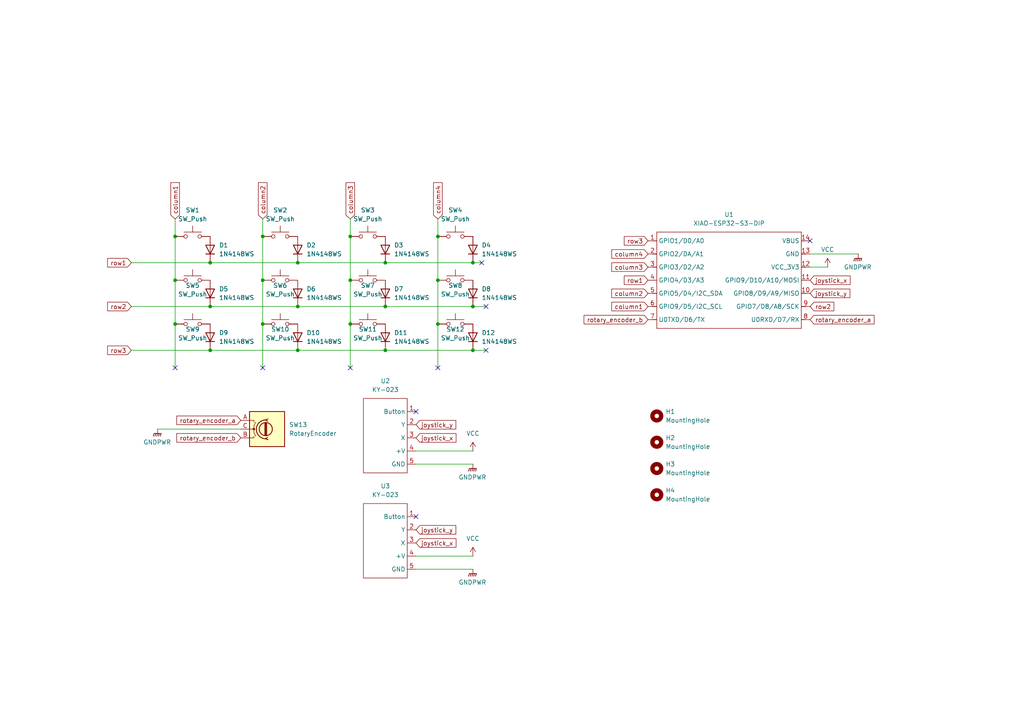
<source format=kicad_sch>
(kicad_sch (version 20250114) (generator "eeschema") (generator_version "9.0")
  (paper "A4")
  (lib_symbols
    (symbol "Device:RotaryEncoder" (pin_names (offset 0.254) (hide yes))
      (property "Reference" "SW" (at 0 6.604 0))
      (property "Value" "RotaryEncoder" (at 0 -6.604 0))
      (symbol "RotaryEncoder_0_1"
        (rectangle (start -5.08 5.08) (end 5.08 -5.08) (stroke (width 0.254)) (fill (type background)))
        (polyline (pts (xy -5.08 2.54) (xy -3.81 2.54) (xy -3.81 2.032)))
        (polyline (pts (xy -5.08 0) (xy -3.81 0) (xy -3.81 -1.016) (xy -3.302 -2.032)))
        (polyline (pts (xy -5.08 -2.54) (xy -3.81 -2.54) (xy -3.81 -2.032)))
        (polyline (pts (xy -4.318 0) (xy -3.81 0) (xy -3.81 1.016) (xy -3.302 2.032)))
        (circle (center -3.81 0) (radius 0.254) (fill (type outline)))
        (polyline (pts (xy -0.635 -1.778) (xy -0.635 1.778)) (stroke (width 0.254)))
        (circle (center -0.381 0) (radius 1.905) (stroke (width 0.254)))
        (polyline (pts (xy -0.381 -1.778) (xy -0.381 1.778)) (stroke (width 0.254)))
        (arc (start -0.381 -2.794) (mid -3.0988 -0.0635) (end -0.381 2.667) (stroke (width 0.254)))
        (polyline (pts (xy -0.127 1.778) (xy -0.127 -1.778)) (stroke (width 0.254)))
        (polyline (pts (xy 0.254 2.921) (xy -0.508 2.667) (xy 0.127 2.286)) (stroke (width 0.254)))
        (polyline (pts (xy 0.254 -3.048) (xy -0.508 -2.794) (xy 0.127 -2.413)) (stroke (width 0.254)))
      )
      (symbol "RotaryEncoder_1_1"
        (pin passive line (at -7.62 2.54 0) (length 2.54) (name "A") (number "A"))
        (pin passive line (at -7.62 0 0) (length 2.54) (name "C") (number "C"))
        (pin passive line (at -7.62 -2.54 0) (length 2.54) (name "B") (number "B"))
      )
    )
    (symbol "Diode:1N4148WS" (pin_numbers (hide yes)) (pin_names (hide yes))
      (property "Reference" "D" (at 0 2.54 0))
      (property "Value" "1N4148WS" (at 0 -2.54 0))
      (symbol "1N4148WS_0_1"
        (polyline (pts (xy -1.27 1.27) (xy -1.27 -1.27)) (stroke (width 0.254)))
        (polyline (pts (xy 1.27 1.27) (xy 1.27 -1.27) (xy -1.27 0) (xy 1.27 1.27)) (stroke (width 0.254)))
        (polyline (pts (xy 1.27 0) (xy -1.27 0)))
      )
      (symbol "1N4148WS_1_1"
        (pin passive line (at -3.81 0 0) (length 2.54) (name "K") (number "1"))
        (pin passive line (at 3.81 0 180) (length 2.54) (name "A") (number "2"))
      )
    )
    (symbol "KY-023_1"
      (property "Reference" "U2" (at 6.35 8.89 0))
      (property "Value" "KY-023" (at 6.35 6.35 0))
      (symbol "KY-023_1_0_1"
        (rectangle (start 0 3.81) (end 12.7 -17.78))
      )
      (symbol "KY-023_1_1_1"
        (pin output line (at 15.24 0 180) (length 2.54) (name "Button") (number "1"))
        (pin output line (at 15.24 -3.81 180) (length 2.54) (name "Y") (number "2"))
        (pin output line (at 15.24 -7.62 180) (length 2.54) (name "X") (number "3"))
        (pin input line (at 15.24 -11.43 180) (length 2.54) (name "+V") (number "4"))
        (pin input line (at 15.24 -15.24 180) (length 2.54) (name "GND") (number "5"))
      )
    )
    (symbol "Keyboard:KY-023"
      (property "Reference" "U" (at 6.35 6.604 0))
      (property "Value" "KY-023" (at 6.604 4.826 0))
      (symbol "KY-023_0_1"
        (rectangle (start 0 3.81) (end 12.7 -17.78))
      )
      (symbol "KY-023_1_1"
        (pin output line (at 15.24 0 180) (length 2.54) (name "Button") (number "1"))
        (pin output line (at 15.24 -3.81 180) (length 2.54) (name "Y") (number "2"))
        (pin output line (at 15.24 -7.62 180) (length 2.54) (name "X") (number "3"))
        (pin input line (at 15.24 -11.43 180) (length 2.54) (name "+V") (number "4"))
        (pin input line (at 15.24 -15.24 180) (length 2.54) (name "GND") (number "5"))
      )
    )
    (symbol "Mechanical:MountingHole" (pin_names (offset 1.016)) (in_bom no)
      (property "Reference" "H" (at 0 5.08 0))
      (property "Value" "MountingHole" (at 0 3.175 0))
      (symbol "MountingHole_0_1"
        (circle (center 0 0) (radius 1.27) (stroke (width 1.27)))
      )
    )
    (symbol "Seeed_Studio_XIAO_Series:XIAO-ESP32-S3-DIP"
      (property "Reference" "U" (at 1.27 0.508 0))
      (property "Value" "XIAO-ESP32-S3-DIP" (at 9.652 -1.778 0))
      (symbol "XIAO-ESP32-S3-DIP_1_0"
        (polyline (pts (xy 0 -2.54) (xy 41.91 -2.54)) (stroke (width 0.1524)))
        (polyline (pts (xy 0 -5.08) (xy -1.27 -5.08)) (stroke (width 0.1524)))
        (polyline (pts (xy 0 -5.08) (xy 0 -2.54)) (stroke (width 0.1524)))
        (polyline (pts (xy 0 -8.89) (xy -1.27 -8.89)) (stroke (width 0.1524)))
        (polyline (pts (xy 0 -8.89) (xy 0 -5.08)) (stroke (width 0.1524)))
        (polyline (pts (xy 0 -12.7) (xy -1.27 -12.7)) (stroke (width 0.1524)))
        (polyline (pts (xy 0 -12.7) (xy 0 -8.89)) (stroke (width 0.1524)))
        (polyline (pts (xy 0 -16.51) (xy -1.27 -16.51)) (stroke (width 0.1524)))
        (polyline (pts (xy 0 -16.51) (xy 0 -12.7)) (stroke (width 0.1524)))
        (polyline (pts (xy 0 -20.32) (xy -1.27 -20.32)) (stroke (width 0.1524)))
        (polyline (pts (xy 0 -24.13) (xy -1.27 -24.13)) (stroke (width 0.1524)))
        (polyline (pts (xy 0 -27.94) (xy -1.27 -27.94)) (stroke (width 0.1524)))
        (polyline (pts (xy 0 -30.48) (xy 0 -16.51)) (stroke (width 0.1524)))
        (polyline (pts (xy 41.91 -2.54) (xy 41.91 -5.08)) (stroke (width 0.1524)))
        (polyline (pts (xy 41.91 -5.08) (xy 41.91 -8.89)) (stroke (width 0.1524)))
        (polyline (pts (xy 41.91 -8.89) (xy 41.91 -12.7)) (stroke (width 0.1524)))
        (polyline (pts (xy 41.91 -12.7) (xy 41.91 -30.48)) (stroke (width 0.1524)))
        (polyline (pts (xy 41.91 -30.48) (xy 0 -30.48)) (stroke (width 0.1524)))
        (polyline (pts (xy 43.18 -5.08) (xy 41.91 -5.08)) (stroke (width 0.1524)))
        (polyline (pts (xy 43.18 -8.89) (xy 41.91 -8.89)) (stroke (width 0.1524)))
        (polyline (pts (xy 43.18 -12.7) (xy 41.91 -12.7)) (stroke (width 0.1524)))
        (polyline (pts (xy 43.18 -16.51) (xy 41.91 -16.51)) (stroke (width 0.1524)))
        (polyline (pts (xy 43.18 -20.32) (xy 41.91 -20.32)) (stroke (width 0.1524)))
        (polyline (pts (xy 43.18 -24.13) (xy 41.91 -24.13)) (stroke (width 0.1524)))
        (polyline (pts (xy 43.18 -27.94) (xy 41.91 -27.94)) (stroke (width 0.1524)))
        (pin passive line (at -2.54 -5.08 0) (length 2.54) (name "GPIO1/D0/A0") (number "1"))
        (pin passive line (at -2.54 -8.89 0) (length 2.54) (name "GPIO2/DA/A1") (number "2"))
        (pin passive line (at -2.54 -12.7 0) (length 2.54) (name "GPIO3/D2/A2") (number "3"))
        (pin passive line (at -2.54 -16.51 0) (length 2.54) (name "GPIO4/D3/A3") (number "4"))
        (pin passive line (at -2.54 -20.32 0) (length 2.54) (name "GPIO5/D4/I2C_SDA") (number "5"))
        (pin passive line (at -2.54 -24.13 0) (length 2.54) (name "GPIO9/D5/I2C_SCL") (number "6"))
        (pin passive line (at -2.54 -27.94 0) (length 2.54) (name "U0TXD/D6/TX") (number "7"))
        (pin passive line (at 44.45 -5.08 180) (length 2.54) (name "VBUS") (number "14"))
        (pin passive line (at 44.45 -8.89 180) (length 2.54) (name "GND") (number "13"))
        (pin passive line (at 44.45 -12.7 180) (length 2.54) (name "VCC_3V3") (number "12"))
        (pin passive line (at 44.45 -16.51 180) (length 2.54) (name "GPIO9/D10/A10/MOSI") (number "11"))
        (pin passive line (at 44.45 -20.32 180) (length 2.54) (name "GPIO8/D9/A9/MISO") (number "10"))
        (pin passive line (at 44.45 -24.13 180) (length 2.54) (name "GPIO7/D8/A8/SCK") (number "9"))
        (pin passive line (at 44.45 -27.94 180) (length 2.54) (name "U0RXD/D7/RX") (number "8"))
      )
    )
    (symbol "Switch:SW_Push" (pin_numbers (hide yes)) (pin_names (offset 1.016) (hide yes))
      (property "Reference" "SW" (at 1.27 2.54 0))
      (property "Value" "SW_Push" (at 0 -1.524 0))
      (symbol "SW_Push_0_1"
        (circle (center -2.032 0) (radius 0.508))
        (polyline (pts (xy 0 1.27) (xy 0 3.048)))
        (circle (center 2.032 0) (radius 0.508))
        (polyline (pts (xy 2.54 1.27) (xy -2.54 1.27)))
        (pin passive line (at -5.08 0 0) (length 2.54) (name "1") (number "1"))
        (pin passive line (at 5.08 0 180) (length 2.54) (name "2") (number "2"))
      )
    )
    (symbol "power:GNDPWR" (power) (pin_numbers (hide yes)) (pin_names (offset 0) (hide yes))
      (property "Value" "GNDPWR" (at 0 -3.302 0))
      (symbol "GNDPWR_0_1"
        (polyline (pts (xy -1.016 -1.27) (xy -1.27 -2.032) (xy -1.27 -2.032)) (stroke (width 0.2032)))
        (polyline (pts (xy -0.508 -1.27) (xy -0.762 -2.032) (xy -0.762 -2.032)) (stroke (width 0.2032)))
        (polyline (pts (xy 0 -1.27) (xy 0 0)))
        (polyline (pts (xy 0 -1.27) (xy -0.254 -2.032) (xy -0.254 -2.032)) (stroke (width 0.2032)))
        (polyline (pts (xy 0.508 -1.27) (xy 0.254 -2.032) (xy 0.254 -2.032)) (stroke (width 0.2032)))
        (polyline (pts (xy 1.016 -1.27) (xy -1.016 -1.27) (xy -1.016 -1.27)) (stroke (width 0.2032)))
        (polyline (pts (xy 1.016 -1.27) (xy 0.762 -2.032) (xy 0.762 -2.032) (xy 0.762 -2.032)) (stroke (width 0.2032)))
      )
      (symbol "GNDPWR_1_1"
        (pin power_in line (at 0 0 270) (length 0) (name "~") (number "1"))
      )
    )
    (symbol "power:VCC" (power) (pin_numbers (hide yes)) (pin_names (offset 0) (hide yes))
      (property "Value" "VCC" (at 0 3.556 0))
      (symbol "VCC_0_1"
        (polyline (pts (xy -0.762 1.27) (xy 0 2.54)))
        (polyline (pts (xy 0 2.54) (xy 0.762 1.27)))
        (polyline (pts (xy 0 0) (xy 0 2.54)))
      )
      (symbol "VCC_1_1"
        (pin power_in line (at 0 0 90) (length 0) (name "~") (number "1"))
      )
    )
  )
  (junction (at 137.16 101.6))
  (junction (at 137.16 88.9))
  (junction (at 111.76 88.9))
  (junction (at 50.8 93.98))
  (junction (at 101.6 68.58))
  (junction (at 86.36 76.2))
  (junction (at 101.6 93.98))
  (junction (at 111.76 76.2))
  (junction (at 86.36 101.6))
  (junction (at 60.96 101.6))
  (junction (at 127 93.98))
  (junction (at 76.2 68.58))
  (junction (at 127 68.58))
  (junction (at 127 81.28))
  (junction (at 76.2 93.98))
  (junction (at 60.96 76.2))
  (junction (at 111.76 101.6))
  (junction (at 50.8 68.58))
  (junction (at 86.36 88.9))
  (junction (at 137.16 76.2))
  (junction (at 101.6 81.28))
  (junction (at 50.8 81.28))
  (junction (at 76.2 81.28))
  (junction (at 60.96 88.9))
  (no_connect (at 234.95 69.85))
  (no_connect (at 50.8 106.68))
  (no_connect (at 139.7 76.2))
  (no_connect (at 76.2 106.68))
  (no_connect (at 140.97 101.6))
  (no_connect (at 127 106.68))
  (no_connect (at 120.65 119.38))
  (no_connect (at 101.6 106.68))
  (no_connect (at 120.65 149.86))
  (no_connect (at 140.97 88.9))
  (wire (pts (xy 137.16 88.9) (xy 140.97 88.9)))
  (wire (pts (xy 127 81.28) (xy 127 93.98)))
  (wire (pts (xy 120.65 130.81) (xy 137.16 130.81)))
  (wire (pts (xy 137.16 101.6) (xy 140.97 101.6)))
  (wire (pts (xy 86.36 101.6) (xy 111.76 101.6)))
  (wire (pts (xy 101.6 93.98) (xy 101.6 106.68)))
  (wire (pts (xy 127 63.5) (xy 127 68.58)))
  (wire (pts (xy 101.6 81.28) (xy 101.6 93.98)))
  (wire (pts (xy 76.2 81.28) (xy 76.2 93.98)))
  (wire (pts (xy 86.36 88.9) (xy 111.76 88.9)))
  (wire (pts (xy 38.1 76.2) (xy 60.96 76.2)))
  (wire (pts (xy 137.16 76.2) (xy 139.7 76.2)))
  (wire (pts (xy 60.96 88.9) (xy 86.36 88.9)))
  (wire (pts (xy 50.8 93.98) (xy 50.8 106.68)))
  (wire (pts (xy 111.76 88.9) (xy 137.16 88.9)))
  (wire (pts (xy 60.96 76.2) (xy 86.36 76.2)))
  (wire (pts (xy 86.36 76.2) (xy 111.76 76.2)))
  (wire (pts (xy 101.6 68.58) (xy 101.6 81.28)))
  (wire (pts (xy 101.6 63.5) (xy 101.6 68.58)))
  (wire (pts (xy 76.2 93.98) (xy 76.2 106.68)))
  (wire (pts (xy 111.76 101.6) (xy 137.16 101.6)))
  (wire (pts (xy 234.95 77.47) (xy 240.03 77.47)))
  (wire (pts (xy 234.95 73.66) (xy 248.92 73.66)))
  (wire (pts (xy 50.8 81.28) (xy 50.8 93.98)))
  (wire (pts (xy 50.8 68.58) (xy 50.8 81.28)))
  (wire (pts (xy 60.96 101.6) (xy 86.36 101.6)))
  (wire (pts (xy 38.1 101.6) (xy 60.96 101.6)))
  (wire (pts (xy 120.65 134.62) (xy 137.16 134.62)))
  (wire (pts (xy 45.72 124.46) (xy 69.85 124.46)))
  (wire (pts (xy 111.76 76.2) (xy 137.16 76.2)))
  (wire (pts (xy 127 68.58) (xy 127 81.28)))
  (wire (pts (xy 127 93.98) (xy 127 106.68)))
  (wire (pts (xy 76.2 63.5) (xy 76.2 68.58)))
  (wire (pts (xy 120.65 165.1) (xy 137.16 165.1)))
  (wire (pts (xy 50.8 63.5) (xy 50.8 68.58)))
  (wire (pts (xy 76.2 68.58) (xy 76.2 81.28)))
  (wire (pts (xy 120.65 161.29) (xy 137.16 161.29)))
  (wire (pts (xy 38.1 88.9) (xy 60.96 88.9)))
  (global_label "row1" (shape input) (at 38.1 76.2 180) (property "Intersheetrefs" "${INTERSHEET_REFS}" (effects (hide yes))))
  (global_label "column3" (shape input) (at 187.96 77.47 180) (property "Intersheetrefs" "${INTERSHEET_REFS}" (effects (hide yes))))
  (global_label "row3" (shape input) (at 187.96 69.85 180) (property "Intersheetrefs" "${INTERSHEET_REFS}" (effects (hide yes))))
  (global_label "row3" (shape input) (at 38.1 101.6 180) (property "Intersheetrefs" "${INTERSHEET_REFS}" (effects (hide yes))))
  (global_label "column4" (shape input) (at 127 63.5 90) (property "Intersheetrefs" "${INTERSHEET_REFS}" (effects (hide yes))))
  (global_label "rotary_encoder_a" (shape input) (at 234.95 92.71 0) (property "Intersheetrefs" "${INTERSHEET_REFS}" (effects (hide yes))))
  (global_label "row2" (shape input) (at 234.95 88.9 0) (property "Intersheetrefs" "${INTERSHEET_REFS}" (effects (hide yes))))
  (global_label "row1" (shape input) (at 187.96 81.28 180) (property "Intersheetrefs" "${INTERSHEET_REFS}" (effects (hide yes))))
  (global_label "column1" (shape input) (at 187.96 88.9 180) (property "Intersheetrefs" "${INTERSHEET_REFS}" (effects (hide yes))))
  (global_label "joystick_x" (shape input) (at 234.95 81.28 0) (property "Intersheetrefs" "${INTERSHEET_REFS}" (effects (hide yes))))
  (global_label "joystick_x" (shape input) (at 120.65 127 0) (property "Intersheetrefs" "${INTERSHEET_REFS}" (effects (hide yes))))
  (global_label "column2" (shape input) (at 187.96 85.09 180) (property "Intersheetrefs" "${INTERSHEET_REFS}" (effects (hide yes))))
  (global_label "joystick_y" (shape input) (at 234.95 85.09 0) (property "Intersheetrefs" "${INTERSHEET_REFS}" (effects (hide yes))))
  (global_label "rotary_encoder_b" (shape input) (at 69.85 127 180) (property "Intersheetrefs" "${INTERSHEET_REFS}" (effects (hide yes))))
  (global_label "column3" (shape input) (at 101.6 63.5 90) (property "Intersheetrefs" "${INTERSHEET_REFS}" (effects (hide yes))))
  (global_label "joystick_y" (shape input) (at 120.65 123.19 0) (property "Intersheetrefs" "${INTERSHEET_REFS}" (effects (hide yes))))
  (global_label "column2" (shape input) (at 76.2 63.5 90) (property "Intersheetrefs" "${INTERSHEET_REFS}" (effects (hide yes))))
  (global_label "column4" (shape input) (at 187.96 73.66 180) (property "Intersheetrefs" "${INTERSHEET_REFS}" (effects (hide yes))))
  (global_label "joystick_y" (shape input) (at 120.65 153.67 0) (property "Intersheetrefs" "${INTERSHEET_REFS}" (effects (hide yes))))
  (global_label "rotary_encoder_a" (shape input) (at 69.85 121.92 180) (property "Intersheetrefs" "${INTERSHEET_REFS}" (effects (hide yes))))
  (global_label "column1" (shape input) (at 50.8 63.5 90) (property "Intersheetrefs" "${INTERSHEET_REFS}" (effects (hide yes))))
  (global_label "rotary_encoder_b" (shape input) (at 187.96 92.71 180) (property "Intersheetrefs" "${INTERSHEET_REFS}" (effects (hide yes))))
  (global_label "row2" (shape input) (at 38.1 88.9 180) (property "Intersheetrefs" "${INTERSHEET_REFS}" (effects (hide yes))))
  (global_label "joystick_x" (shape input) (at 120.65 157.48 0) (property "Intersheetrefs" "${INTERSHEET_REFS}" (effects (hide yes))))
  (symbol (lib_id "Keyboard:KY-023") (at 105.41 149.86 0) (unit 1)
    (property "Reference" "U3" (at 111.76 140.97 0))
    (property "Value" "KY-023" (at 111.76 143.51 0))
    (property "Footprint" "ky-023:KY-023" (effects (hide yes)))
  )
  (symbol (lib_id "Diode:1N4148WS") (at 111.76 72.39 90) (unit 1)
    (property "Reference" "D3" (at 114.3 71.1199 90) (effects (justify right)))
    (property "Value" "1N4148WS" (at 114.3 73.6599 90) (effects (justify right)))
    (property "Footprint" "mylib:1n4148ws_reversible" (effects (hide yes)))
    (property "Datasheet" "https://www.vishay.com/docs/85751/1n4148ws.pdf" (effects (hide yes)))
    (property "Description" "75V 0.15A Fast switching Diode, SOD-323" (effects (hide yes)))
    (property "Sim.Device" "D" (effects (hide yes)))
    (property "Sim.Pins" "1=K 2=A" (effects (hide yes)))
  )
  (symbol (lib_id "Switch:SW_Push") (at 106.68 93.98 0) (unit 1)
    (property "Reference" "SW11" (at 106.68 95.504 0))
    (property "Value" "SW_Push" (at 106.68 98.044 0))
    (property "Footprint" "keyswitches:Kailh_socket_PG1350_optional_reversible" (effects (hide yes)))
    (property "Description" "Push button switch, generic, two pins" (effects (hide yes)))
  )
  (symbol (lib_id "Switch:SW_Push") (at 81.28 93.98 0) (unit 1)
    (property "Reference" "SW10" (at 81.28 95.504 0))
    (property "Value" "SW_Push" (at 81.28 98.044 0))
    (property "Footprint" "keyswitches:Kailh_socket_PG1350_optional_reversible" (effects (hide yes)))
    (property "Description" "Push button switch, generic, two pins" (effects (hide yes)))
  )
  (symbol (lib_id "Diode:1N4148WS") (at 137.16 72.39 90) (unit 1)
    (property "Reference" "D4" (at 139.7 71.1199 90) (effects (justify right)))
    (property "Value" "1N4148WS" (at 139.7 73.6599 90) (effects (justify right)))
    (property "Footprint" "mylib:1n4148ws_reversible" (effects (hide yes)))
    (property "Datasheet" "https://www.vishay.com/docs/85751/1n4148ws.pdf" (effects (hide yes)))
    (property "Description" "75V 0.15A Fast switching Diode, SOD-323" (effects (hide yes)))
    (property "Sim.Device" "D" (effects (hide yes)))
    (property "Sim.Pins" "1=K 2=A" (effects (hide yes)))
  )
  (symbol (lib_id "Mechanical:MountingHole") (at 190.5 135.89 0) (unit 1) (in_bom no)
    (property "Reference" "H3" (at 193.04 134.6199 0) (effects (justify left)))
    (property "Value" "MountingHole" (at 193.04 137.1599 0) (effects (justify left)))
    (property "Footprint" "MountingHole:MountingHole_2.7mm" (effects (hide yes)))
    (property "Description" "Mounting Hole without connection" (effects (hide yes)))
  )
  (symbol (lib_id "Mechanical:MountingHole") (at 190.5 120.65 0) (unit 1) (in_bom no)
    (property "Reference" "H1" (at 193.04 119.3799 0) (effects (justify left)))
    (property "Value" "MountingHole" (at 193.04 121.9199 0) (effects (justify left)))
    (property "Footprint" "MountingHole:MountingHole_2.7mm" (effects (hide yes)))
    (property "Description" "Mounting Hole without connection" (effects (hide yes)))
  )
  (symbol (lib_id "Mechanical:MountingHole") (at 190.5 128.27 0) (unit 1) (in_bom no)
    (property "Reference" "H2" (at 193.04 126.9999 0) (effects (justify left)))
    (property "Value" "MountingHole" (at 193.04 129.5399 0) (effects (justify left)))
    (property "Footprint" "MountingHole:MountingHole_2.7mm" (effects (hide yes)))
    (property "Description" "Mounting Hole without connection" (effects (hide yes)))
  )
  (symbol (lib_id "Diode:1N4148WS") (at 137.16 97.79 90) (unit 1)
    (property "Reference" "D12" (at 139.7 96.5199 90) (effects (justify right)))
    (property "Value" "1N4148WS" (at 139.7 99.0599 90) (effects (justify right)))
    (property "Footprint" "mylib:1n4148ws_reversible" (effects (hide yes)))
    (property "Datasheet" "https://www.vishay.com/docs/85751/1n4148ws.pdf" (effects (hide yes)))
    (property "Description" "75V 0.15A Fast switching Diode, SOD-323" (effects (hide yes)))
    (property "Sim.Device" "D" (effects (hide yes)))
    (property "Sim.Pins" "1=K 2=A" (effects (hide yes)))
  )
  (symbol (lib_id "Switch:SW_Push") (at 106.68 81.28 0) (unit 1)
    (property "Reference" "SW7" (at 106.68 82.804 0))
    (property "Value" "SW_Push" (at 106.68 85.344 0))
    (property "Footprint" "keyswitches:Kailh_socket_PG1350_optional_reversible" (effects (hide yes)))
    (property "Description" "Push button switch, generic, two pins" (effects (hide yes)))
  )
  (symbol (lib_id "power:GNDPWR") (at 137.16 165.1 0) (unit 1)
    (property "Reference" "#PWR07" (effects (hide yes)))
    (property "Value" "GNDPWR" (at 137.033 168.91 0))
    (property "Description" "Power symbol creates a global label with name \"GNDPWR\" , global ground" (effects (hide yes)))
  )
  (symbol (lib_id "Switch:SW_Push") (at 132.08 81.28 0) (unit 1)
    (property "Reference" "SW8" (at 132.08 82.804 0))
    (property "Value" "SW_Push" (at 132.08 85.344 0))
    (property "Footprint" "keyswitches:Kailh_socket_PG1350_optional_reversible" (effects (hide yes)))
    (property "Description" "Push button switch, generic, two pins" (effects (hide yes)))
  )
  (symbol (lib_id "Diode:1N4148WS") (at 86.36 85.09 90) (unit 1)
    (property "Reference" "D6" (at 88.9 83.8199 90) (effects (justify right)))
    (property "Value" "1N4148WS" (at 88.9 86.3599 90) (effects (justify right)))
    (property "Footprint" "mylib:1n4148ws_reversible" (effects (hide yes)))
    (property "Datasheet" "https://www.vishay.com/docs/85751/1n4148ws.pdf" (effects (hide yes)))
    (property "Description" "75V 0.15A Fast switching Diode, SOD-323" (effects (hide yes)))
    (property "Sim.Device" "D" (effects (hide yes)))
    (property "Sim.Pins" "1=K 2=A" (effects (hide yes)))
  )
  (symbol (lib_id "Diode:1N4148WS") (at 60.96 97.79 90) (unit 1)
    (property "Reference" "D9" (at 63.5 96.5199 90) (effects (justify right)))
    (property "Value" "1N4148WS" (at 63.5 99.0599 90) (effects (justify right)))
    (property "Footprint" "mylib:1n4148ws_reversible" (effects (hide yes)))
    (property "Datasheet" "https://www.vishay.com/docs/85751/1n4148ws.pdf" (effects (hide yes)))
    (property "Description" "75V 0.15A Fast switching Diode, SOD-323" (effects (hide yes)))
    (property "Sim.Device" "D" (effects (hide yes)))
    (property "Sim.Pins" "1=K 2=A" (effects (hide yes)))
  )
  (symbol (lib_name "KY-023_1") (lib_id "Keyboard:KY-023") (at 105.41 119.38 0) (unit 1)
    (property "Reference" "U2" (at 111.76 110.49 0))
    (property "Value" "KY-023" (at 111.76 113.03 0))
    (property "Footprint" "ky-023:KY-023" (effects (hide yes)))
  )
  (symbol (lib_id "Diode:1N4148WS") (at 86.36 97.79 90) (unit 1)
    (property "Reference" "D10" (at 88.9 96.5199 90) (effects (justify right)))
    (property "Value" "1N4148WS" (at 88.9 99.0599 90) (effects (justify right)))
    (property "Footprint" "mylib:1n4148ws_reversible" (effects (hide yes)))
    (property "Datasheet" "https://www.vishay.com/docs/85751/1n4148ws.pdf" (effects (hide yes)))
    (property "Description" "75V 0.15A Fast switching Diode, SOD-323" (effects (hide yes)))
    (property "Sim.Device" "D" (effects (hide yes)))
    (property "Sim.Pins" "1=K 2=A" (effects (hide yes)))
  )
  (symbol (lib_id "power:VCC") (at 137.16 161.29 0) (unit 1)
    (property "Reference" "#PWR06" (effects (hide yes)))
    (property "Value" "VCC" (at 137.16 156.21 0))
    (property "Description" "Power symbol creates a global label with name \"VCC\"" (effects (hide yes)))
  )
  (symbol (lib_id "Switch:SW_Push") (at 132.08 93.98 0) (unit 1)
    (property "Reference" "SW12" (at 132.08 95.504 0))
    (property "Value" "SW_Push" (at 132.08 98.044 0))
    (property "Footprint" "keyswitches:Kailh_socket_PG1350_optional_reversible" (effects (hide yes)))
    (property "Description" "Push button switch, generic, two pins" (effects (hide yes)))
  )
  (symbol (lib_id "Diode:1N4148WS") (at 137.16 85.09 90) (unit 1)
    (property "Reference" "D8" (at 139.7 83.8199 90) (effects (justify right)))
    (property "Value" "1N4148WS" (at 139.7 86.3599 90) (effects (justify right)))
    (property "Footprint" "mylib:1n4148ws_reversible" (effects (hide yes)))
    (property "Datasheet" "https://www.vishay.com/docs/85751/1n4148ws.pdf" (effects (hide yes)))
    (property "Description" "75V 0.15A Fast switching Diode, SOD-323" (effects (hide yes)))
    (property "Sim.Device" "D" (effects (hide yes)))
    (property "Sim.Pins" "1=K 2=A" (effects (hide yes)))
  )
  (symbol (lib_id "Switch:SW_Push") (at 132.08 68.58 0) (unit 1)
    (property "Reference" "SW4" (at 132.08 60.96 0))
    (property "Value" "SW_Push" (at 132.08 63.5 0))
    (property "Footprint" "keyswitches:Kailh_socket_PG1350_optional_reversible" (effects (hide yes)))
    (property "Description" "Push button switch, generic, two pins" (effects (hide yes)))
  )
  (symbol (lib_id "power:VCC") (at 240.03 77.47 0) (unit 1)
    (property "Reference" "#PWR02" (effects (hide yes)))
    (property "Value" "VCC" (at 240.03 72.39 0))
    (property "Description" "Power symbol creates a global label with name \"VCC\"" (effects (hide yes)))
  )
  (symbol (lib_id "Switch:SW_Push") (at 55.88 81.28 0) (unit 1)
    (property "Reference" "SW5" (at 55.88 82.804 0))
    (property "Value" "SW_Push" (at 55.88 85.344 0))
    (property "Footprint" "keyswitches:Kailh_socket_PG1350_optional_reversible" (effects (hide yes)))
    (property "Description" "Push button switch, generic, two pins" (effects (hide yes)))
  )
  (symbol (lib_id "Diode:1N4148WS") (at 111.76 97.79 90) (unit 1)
    (property "Reference" "D11" (at 114.3 96.5199 90) (effects (justify right)))
    (property "Value" "1N4148WS" (at 114.3 99.0599 90) (effects (justify right)))
    (property "Footprint" "mylib:1n4148ws_reversible" (effects (hide yes)))
    (property "Datasheet" "https://www.vishay.com/docs/85751/1n4148ws.pdf" (effects (hide yes)))
    (property "Description" "75V 0.15A Fast switching Diode, SOD-323" (effects (hide yes)))
    (property "Sim.Device" "D" (effects (hide yes)))
    (property "Sim.Pins" "1=K 2=A" (effects (hide yes)))
  )
  (symbol (lib_id "Switch:SW_Push") (at 55.88 68.58 0) (unit 1)
    (property "Reference" "SW1" (at 55.88 60.96 0))
    (property "Value" "SW_Push" (at 55.88 63.5 0))
    (property "Footprint" "keyswitches:Kailh_socket_PG1350_optional_reversible" (effects (hide yes)))
    (property "Description" "Push button switch, generic, two pins" (effects (hide yes)))
  )
  (symbol (lib_id "Device:RotaryEncoder") (at 77.47 124.46 0) (unit 1)
    (property "Reference" "SW13" (at 83.82 123.1899 0) (effects (justify left)))
    (property "Value" "RotaryEncoder" (at 83.82 125.7299 0) (effects (justify left)))
    (property "Footprint" "Rotary_Encoder:RotaryEncoder_Alps_EC12E_Vertical_H20mm" (effects (hide yes)))
    (property "Description" "Rotary encoder, dual channel, incremental quadrate outputs" (effects (hide yes)))
  )
  (symbol (lib_id "power:GNDPWR") (at 248.92 73.66 0) (unit 1)
    (property "Reference" "#PWR01" (effects (hide yes)))
    (property "Value" "GNDPWR" (at 248.793 77.47 0))
    (property "Description" "Power symbol creates a global label with name \"GNDPWR\" , global ground" (effects (hide yes)))
  )
  (symbol (lib_id "power:GNDPWR") (at 137.16 134.62 0) (unit 1)
    (property "Reference" "#PWR05" (effects (hide yes)))
    (property "Value" "GNDPWR" (at 137.033 138.43 0))
    (property "Description" "Power symbol creates a global label with name \"GNDPWR\" , global ground" (effects (hide yes)))
  )
  (symbol (lib_id "Switch:SW_Push") (at 106.68 68.58 0) (unit 1)
    (property "Reference" "SW3" (at 106.68 60.96 0))
    (property "Value" "SW_Push" (at 106.68 63.5 0))
    (property "Footprint" "keyswitches:Kailh_socket_PG1350_optional_reversible" (effects (hide yes)))
    (property "Description" "Push button switch, generic, two pins" (effects (hide yes)))
  )
  (symbol (lib_id "Diode:1N4148WS") (at 60.96 85.09 90) (unit 1)
    (property "Reference" "D5" (at 63.5 83.8199 90) (effects (justify right)))
    (property "Value" "1N4148WS" (at 63.5 86.3599 90) (effects (justify right)))
    (property "Footprint" "mylib:1n4148ws_reversible" (effects (hide yes)))
    (property "Datasheet" "https://www.vishay.com/docs/85751/1n4148ws.pdf" (effects (hide yes)))
    (property "Description" "75V 0.15A Fast switching Diode, SOD-323" (effects (hide yes)))
    (property "Sim.Device" "D" (effects (hide yes)))
    (property "Sim.Pins" "1=K 2=A" (effects (hide yes)))
  )
  (symbol (lib_id "power:GNDPWR") (at 45.72 124.46 0) (unit 1)
    (property "Reference" "#PWR03" (effects (hide yes)))
    (property "Value" "GNDPWR" (at 45.593 128.27 0))
    (property "Description" "Power symbol creates a global label with name \"GNDPWR\" , global ground" (effects (hide yes)))
  )
  (symbol (lib_id "power:VCC") (at 137.16 130.81 0) (unit 1)
    (property "Reference" "#PWR04" (effects (hide yes)))
    (property "Value" "VCC" (at 137.16 125.73 0))
    (property "Description" "Power symbol creates a global label with name \"VCC\"" (effects (hide yes)))
  )
  (symbol (lib_id "Diode:1N4148WS") (at 86.36 72.39 90) (unit 1)
    (property "Reference" "D2" (at 88.9 71.1199 90) (effects (justify right)))
    (property "Value" "1N4148WS" (at 88.9 73.6599 90) (effects (justify right)))
    (property "Footprint" "mylib:1n4148ws_reversible" (effects (hide yes)))
    (property "Datasheet" "https://www.vishay.com/docs/85751/1n4148ws.pdf" (effects (hide yes)))
    (property "Description" "75V 0.15A Fast switching Diode, SOD-323" (effects (hide yes)))
    (property "Sim.Device" "D" (effects (hide yes)))
    (property "Sim.Pins" "1=K 2=A" (effects (hide yes)))
  )
  (symbol (lib_id "Diode:1N4148WS") (at 111.76 85.09 90) (unit 1)
    (property "Reference" "D7" (at 114.3 83.8199 90) (effects (justify right)))
    (property "Value" "1N4148WS" (at 114.3 86.3599 90) (effects (justify right)))
    (property "Footprint" "mylib:1n4148ws_reversible" (effects (hide yes)))
    (property "Datasheet" "https://www.vishay.com/docs/85751/1n4148ws.pdf" (effects (hide yes)))
    (property "Description" "75V 0.15A Fast switching Diode, SOD-323" (effects (hide yes)))
    (property "Sim.Device" "D" (effects (hide yes)))
    (property "Sim.Pins" "1=K 2=A" (effects (hide yes)))
  )
  (symbol (lib_id "Switch:SW_Push") (at 55.88 93.98 0) (unit 1)
    (property "Reference" "SW9" (at 55.88 95.504 0))
    (property "Value" "SW_Push" (at 55.88 98.044 0))
    (property "Footprint" "keyswitches:Kailh_socket_PG1350_optional_reversible" (effects (hide yes)))
    (property "Description" "Push button switch, generic, two pins" (effects (hide yes)))
  )
  (symbol (lib_id "Diode:1N4148WS") (at 60.96 72.39 90) (unit 1)
    (property "Reference" "D1" (at 63.5 71.1199 90) (effects (justify right)))
    (property "Value" "1N4148WS" (at 63.5 73.6599 90) (effects (justify right)))
    (property "Footprint" "mylib:1n4148ws_reversible" (effects (hide yes)))
    (property "Datasheet" "https://www.vishay.com/docs/85751/1n4148ws.pdf" (effects (hide yes)))
    (property "Description" "75V 0.15A Fast switching Diode, SOD-323" (effects (hide yes)))
    (property "Sim.Device" "D" (effects (hide yes)))
    (property "Sim.Pins" "1=K 2=A" (effects (hide yes)))
  )
  (symbol (lib_id "Switch:SW_Push") (at 81.28 68.58 0) (unit 1)
    (property "Reference" "SW2" (at 81.28 60.96 0))
    (property "Value" "SW_Push" (at 81.28 63.5 0))
    (property "Footprint" "keyswitches:Kailh_socket_PG1350_optional_reversible" (effects (hide yes)))
    (property "Description" "Push button switch, generic, two pins" (effects (hide yes)))
  )
  (symbol (lib_id "Switch:SW_Push") (at 81.28 81.28 0) (unit 1)
    (property "Reference" "SW6" (at 81.28 82.804 0))
    (property "Value" "SW_Push" (at 81.28 85.344 0))
    (property "Footprint" "keyswitches:Kailh_socket_PG1350_optional_reversible" (effects (hide yes)))
    (property "Description" "Push button switch, generic, two pins" (effects (hide yes)))
  )
  (symbol (lib_id "Mechanical:MountingHole") (at 190.5 143.51 0) (unit 1) (in_bom no)
    (property "Reference" "H4" (at 193.04 142.2399 0) (effects (justify left)))
    (property "Value" "MountingHole" (at 193.04 144.7799 0) (effects (justify left)))
    (property "Footprint" "MountingHole:MountingHole_2.7mm" (effects (hide yes)))
    (property "Description" "Mounting Hole without connection" (effects (hide yes)))
  )
  (symbol (lib_id "Seeed_Studio_XIAO_Series:XIAO-ESP32-S3-DIP") (at 190.5 64.77 0) (unit 1)
    (property "Reference" "U1" (at 211.455 62.23 0))
    (property "Value" "XIAO-ESP32-S3-DIP" (at 211.455 64.77 0))
    (property "Footprint" "XIAO-ESP32S3-DIP:XIAO-ESP32S3-DIP" (effects (hide yes)))
  )
)
</source>
